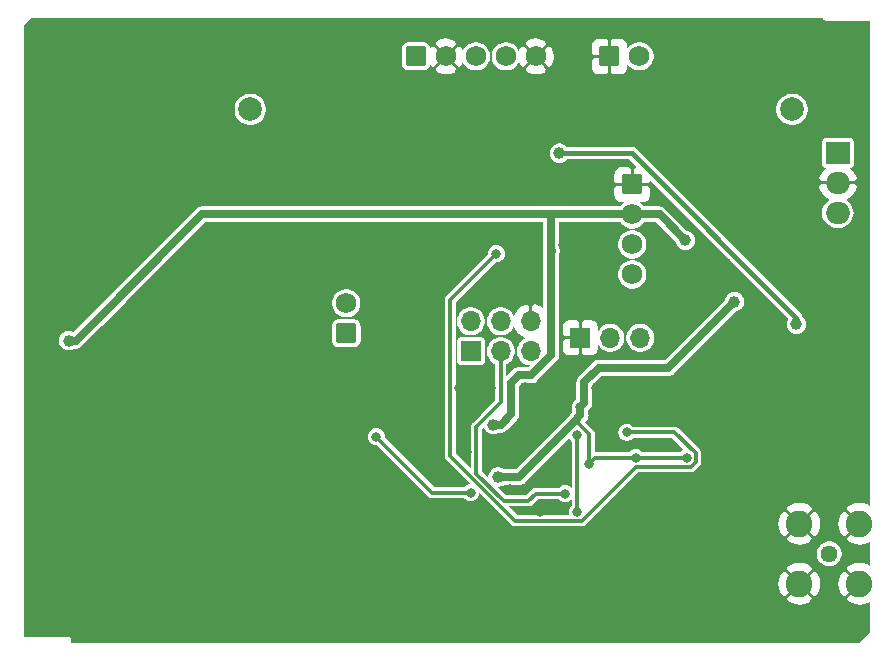
<source format=gbr>
%TF.GenerationSoftware,KiCad,Pcbnew,7.0.2*%
%TF.CreationDate,2023-08-02T15:39:13+02:00*%
%TF.ProjectId,ATV,4154562e-6b69-4636-9164-5f7063625858,1*%
%TF.SameCoordinates,Original*%
%TF.FileFunction,Copper,L2,Bot*%
%TF.FilePolarity,Positive*%
%FSLAX46Y46*%
G04 Gerber Fmt 4.6, Leading zero omitted, Abs format (unit mm)*
G04 Created by KiCad (PCBNEW 7.0.2) date 2023-08-02 15:39:13*
%MOMM*%
%LPD*%
G01*
G04 APERTURE LIST*
G04 Aperture macros list*
%AMRoundRect*
0 Rectangle with rounded corners*
0 $1 Rounding radius*
0 $2 $3 $4 $5 $6 $7 $8 $9 X,Y pos of 4 corners*
0 Add a 4 corners polygon primitive as box body*
4,1,4,$2,$3,$4,$5,$6,$7,$8,$9,$2,$3,0*
0 Add four circle primitives for the rounded corners*
1,1,$1+$1,$2,$3*
1,1,$1+$1,$4,$5*
1,1,$1+$1,$6,$7*
1,1,$1+$1,$8,$9*
0 Add four rect primitives between the rounded corners*
20,1,$1+$1,$2,$3,$4,$5,0*
20,1,$1+$1,$4,$5,$6,$7,0*
20,1,$1+$1,$6,$7,$8,$9,0*
20,1,$1+$1,$8,$9,$2,$3,0*%
G04 Aperture macros list end*
%TA.AperFunction,ComponentPad*%
%ADD10O,2.000000X1.905000*%
%TD*%
%TA.AperFunction,ComponentPad*%
%ADD11R,2.000000X1.905000*%
%TD*%
%TA.AperFunction,ComponentPad*%
%ADD12C,1.740000*%
%TD*%
%TA.AperFunction,ComponentPad*%
%ADD13RoundRect,0.249999X0.620001X-0.620001X0.620001X0.620001X-0.620001X0.620001X-0.620001X-0.620001X0*%
%TD*%
%TA.AperFunction,ComponentPad*%
%ADD14O,1.700000X1.700000*%
%TD*%
%TA.AperFunction,ComponentPad*%
%ADD15R,1.700000X1.700000*%
%TD*%
%TA.AperFunction,ComponentPad*%
%ADD16RoundRect,0.249999X-0.620001X-0.620001X0.620001X-0.620001X0.620001X0.620001X-0.620001X0.620001X0*%
%TD*%
%TA.AperFunction,ComponentPad*%
%ADD17RoundRect,0.249999X-0.620001X0.620001X-0.620001X-0.620001X0.620001X-0.620001X0.620001X0.620001X0*%
%TD*%
%TA.AperFunction,ComponentPad*%
%ADD18C,2.000000*%
%TD*%
%TA.AperFunction,ComponentPad*%
%ADD19C,2.250000*%
%TD*%
%TA.AperFunction,ComponentPad*%
%ADD20C,1.440000*%
%TD*%
%TA.AperFunction,ViaPad*%
%ADD21C,0.800000*%
%TD*%
%TA.AperFunction,ViaPad*%
%ADD22C,1.000000*%
%TD*%
%TA.AperFunction,Conductor*%
%ADD23C,0.700000*%
%TD*%
%TA.AperFunction,Conductor*%
%ADD24C,0.300000*%
%TD*%
%TA.AperFunction,Conductor*%
%ADD25C,0.400000*%
%TD*%
G04 APERTURE END LIST*
D10*
%TO.P,U5,3*%
%TO.N,+5V*%
X129755900Y-125564900D03*
%TO.P,U5,2*%
%TO.N,GND*%
X129755900Y-123024900D03*
D11*
%TO.P,U5,1*%
%TO.N,Net-(C25-Pad1)*%
X129755900Y-120484900D03*
%TD*%
D12*
%TO.P,J1,2*%
%TO.N,Net-(D1-Pad2)*%
X88138000Y-133223000D03*
D13*
%TO.P,J1,1*%
%TO.N,Net-(J1-Pad1)*%
X88138000Y-135763000D03*
%TD*%
D14*
%TO.P,J4,3*%
%TO.N,Net-(J4-Pad3)*%
X113030000Y-136144000D03*
%TO.P,J4,2*%
%TO.N,Net-(J4-Pad2)*%
X110490000Y-136144000D03*
D15*
%TO.P,J4,1*%
%TO.N,GND*%
X107950000Y-136144000D03*
%TD*%
D14*
%TO.P,J7,6*%
%TO.N,GND*%
X103759000Y-134747000D03*
%TO.P,J7,5*%
%TO.N,RST*%
X103759000Y-137287000D03*
%TO.P,J7,4*%
%TO.N,MOSI*%
X101219000Y-134747000D03*
%TO.P,J7,3*%
%TO.N,SCK*%
X101219000Y-137287000D03*
%TO.P,J7,2*%
%TO.N,N/C*%
X98679000Y-134747000D03*
D15*
%TO.P,J7,1*%
%TO.N,MISO*%
X98679000Y-137287000D03*
%TD*%
D12*
%TO.P,J5,5*%
%TO.N,GND*%
X104190800Y-112318800D03*
%TO.P,J5,4*%
%TO.N,Net-(C15-Pad2)*%
X101650800Y-112318800D03*
%TO.P,J5,3*%
%TO.N,Net-(C16-Pad2)*%
X99110800Y-112318800D03*
%TO.P,J5,2*%
%TO.N,GND*%
X96570800Y-112318800D03*
D16*
%TO.P,J5,1*%
%TO.N,Net-(J5-Pad1)*%
X94030800Y-112318800D03*
%TD*%
D12*
%TO.P,J6,4*%
%TO.N,Net-(J6-Pad4)*%
X112344200Y-130784600D03*
%TO.P,J6,3*%
%TO.N,Net-(J6-Pad3)*%
X112344200Y-128244600D03*
%TO.P,J6,2*%
%TO.N,+5V*%
X112344200Y-125704600D03*
D17*
%TO.P,J6,1*%
%TO.N,GND*%
X112344200Y-123164600D03*
%TD*%
D12*
%TO.P,J3,2*%
%TO.N,Net-(J3-Pad2)*%
X112953800Y-112318800D03*
D16*
%TO.P,J3,1*%
%TO.N,GND*%
X110413800Y-112318800D03*
%TD*%
D18*
%TO.P,J2,1*%
%TO.N,Net-(C11-Pad2)*%
X80010000Y-116814600D03*
%TD*%
D19*
%TO.P,J9,2*%
%TO.N,GND*%
X126492000Y-156972000D03*
X126492000Y-151892000D03*
X131572000Y-151892000D03*
X131572000Y-156972000D03*
D20*
%TO.P,J9,1*%
%TO.N,Net-(C32-Pad1)*%
X129032000Y-154432000D03*
%TD*%
D18*
%TO.P,J8,1*%
%TO.N,Net-(C25-Pad1)*%
X125882400Y-116814600D03*
%TD*%
D21*
%TO.N,GND*%
X90601800Y-145923000D03*
X104394000Y-144653000D03*
D22*
X115570000Y-153162000D03*
X123952000Y-149733000D03*
X105410000Y-159258000D03*
X110998000Y-158496000D03*
X81026000Y-153670000D03*
X81026000Y-154940000D03*
X81026000Y-156210000D03*
X81026000Y-157480000D03*
X81026000Y-158750000D03*
X79756000Y-157480000D03*
X79756000Y-154940000D03*
X79756000Y-156210000D03*
X79756000Y-158750000D03*
X79756000Y-153670000D03*
X82296000Y-157480000D03*
X82296000Y-156210000D03*
X82296000Y-158750000D03*
X82296000Y-154940000D03*
X82296000Y-153670000D03*
X83566000Y-154940000D03*
X83566000Y-156210000D03*
X83566000Y-157480000D03*
X84836000Y-156210000D03*
X84836000Y-154940000D03*
X84836000Y-157480000D03*
X78486000Y-154940000D03*
X78486000Y-156210000D03*
X78486000Y-157480000D03*
X77216000Y-154940000D03*
X77216000Y-156210000D03*
X77216000Y-157480000D03*
X97409000Y-156083000D03*
X97409000Y-157353000D03*
X97409000Y-154813000D03*
X97409000Y-153543000D03*
X96139000Y-153543000D03*
X96139000Y-154813000D03*
X98679000Y-153543000D03*
X98679000Y-154813000D03*
X98679000Y-156083000D03*
X96139000Y-156083000D03*
X94869000Y-156083000D03*
X99949000Y-156083000D03*
X99949000Y-156083000D03*
X99949000Y-153543000D03*
X99949000Y-154813000D03*
X99949000Y-153543000D03*
X99949000Y-154813000D03*
X94869000Y-153543000D03*
X94869000Y-154813000D03*
X97409000Y-152273000D03*
X96139000Y-152273000D03*
X94869000Y-152273000D03*
X98679000Y-152273000D03*
X99949000Y-152273000D03*
X116840000Y-151892000D03*
X118110000Y-151892000D03*
X115570000Y-149352000D03*
X118110000Y-149352000D03*
X113030000Y-148082000D03*
X114300000Y-149352000D03*
X114300000Y-151892000D03*
X118110000Y-149352000D03*
X118110000Y-150622000D03*
X115570000Y-148082000D03*
X118110000Y-151892000D03*
X116840000Y-148082000D03*
X116840000Y-150622000D03*
X113030000Y-149352000D03*
X118110000Y-148082000D03*
X118110000Y-150622000D03*
X114300000Y-150622000D03*
X113030000Y-150622000D03*
X116840000Y-149352000D03*
X115570000Y-150622000D03*
X114300000Y-148082000D03*
X115570000Y-151892000D03*
X75438000Y-157353000D03*
X61722000Y-134874000D03*
X62484000Y-128778000D03*
X78486000Y-123698000D03*
X98298000Y-145796000D03*
X96012000Y-150368000D03*
X97282000Y-123698000D03*
X102514400Y-122910600D03*
X131419600Y-140411200D03*
X131028440Y-135026400D03*
X94742000Y-136525000D03*
X89662000Y-127000000D03*
X89662000Y-111252000D03*
X120802400Y-111429800D03*
X125425200Y-110617000D03*
X127508000Y-140411200D03*
X126238000Y-140411200D03*
X124968000Y-140411200D03*
X123698000Y-140411200D03*
X122428000Y-140411200D03*
X121158000Y-140411200D03*
X119888000Y-140411200D03*
X118618000Y-140411200D03*
X97790000Y-140360400D03*
X93980000Y-140360400D03*
X92710000Y-140360400D03*
X91440000Y-140360400D03*
X90170000Y-140360400D03*
X88900000Y-140360400D03*
X87630000Y-140360400D03*
X86360000Y-140360400D03*
X85090000Y-140360400D03*
X83820000Y-140360400D03*
X82550000Y-140360400D03*
X81280000Y-140360400D03*
X80010000Y-140360400D03*
X77470000Y-140360400D03*
X76200000Y-140360400D03*
X74930000Y-140360400D03*
X73660000Y-140360400D03*
X72390000Y-140360400D03*
X71120000Y-140360400D03*
X65278000Y-140360400D03*
X64008000Y-140360400D03*
X66548000Y-140360400D03*
X62738000Y-140360400D03*
X61468000Y-140360400D03*
X115697000Y-140411200D03*
X114427000Y-140411200D03*
X113157000Y-140411200D03*
X111887000Y-140411200D03*
X110617000Y-140411200D03*
X106553000Y-128270000D03*
X97282000Y-122047000D03*
X125272800Y-127330200D03*
X92837000Y-118618000D03*
X120269000Y-120650000D03*
X120269000Y-129921000D03*
X67818000Y-140360400D03*
X99060000Y-140360400D03*
X105283000Y-140360400D03*
X109347000Y-140411200D03*
X84000000Y-138938000D03*
X84000000Y-137668000D03*
X84000000Y-136398000D03*
X84000000Y-135128000D03*
X84000000Y-133858000D03*
X84000000Y-128270000D03*
X84000000Y-127000000D03*
X84000000Y-124460000D03*
X84000000Y-123190000D03*
X84000000Y-121920000D03*
X84000000Y-120650000D03*
X84000000Y-119380000D03*
X84000000Y-118110000D03*
X84000000Y-116840000D03*
X84000000Y-115570000D03*
X84000000Y-114300000D03*
X84000000Y-113030000D03*
X84000000Y-111760000D03*
X84000000Y-110490000D03*
X66294000Y-129032000D03*
X81381600Y-111252000D03*
X68834000Y-124714000D03*
X86487000Y-150495000D03*
D21*
X94869000Y-144145000D03*
D22*
X92329000Y-158242000D03*
D21*
X100203000Y-145161000D03*
X103632000Y-141986000D03*
X104521000Y-150876000D03*
X104521000Y-152527000D03*
X101981000Y-148971000D03*
D22*
X82613500Y-147066000D03*
X95250000Y-140360400D03*
X100330000Y-140360400D03*
X103251000Y-140360400D03*
X106680000Y-140360400D03*
X84000000Y-132588000D03*
X84000000Y-131318000D03*
X61976000Y-145669000D03*
D21*
X74295000Y-143573500D03*
D22*
X113030000Y-151892000D03*
%TO.N,+5V*%
X116840000Y-127889000D03*
X100584000Y-143510000D03*
X64643000Y-136398000D03*
%TO.N,+3V3*%
X100991000Y-147929000D03*
D21*
X107961009Y-141977797D03*
X112649000Y-146304000D03*
X116967000Y-146304000D03*
X108712000Y-146812000D03*
X90678000Y-144526000D03*
X98679000Y-149255473D03*
D22*
X120990000Y-133105800D03*
D21*
%TO.N,SCK*%
X106680000Y-149352000D03*
%TO.N,SS*%
X100838000Y-129032000D03*
X111887000Y-144145000D03*
%TO.N,LD*%
X107696000Y-150876000D03*
X107696000Y-144399000D03*
D22*
%TO.N,Net-(R14-Pad2)*%
X126238000Y-135001000D03*
X106172000Y-120523000D03*
%TD*%
D23*
%TO.N,+5V*%
X65208685Y-136398000D02*
X75902085Y-125704600D01*
X64643000Y-136398000D02*
X65208685Y-136398000D01*
X102746999Y-139310399D02*
X102108000Y-139949398D01*
X102108000Y-139949398D02*
X102108000Y-142621000D01*
X101219000Y-143510000D02*
X100584000Y-143510000D01*
X102108000Y-142621000D02*
X101219000Y-143510000D01*
X105528399Y-128799401D02*
X105502999Y-128774001D01*
X105511600Y-125704600D02*
X112344200Y-125704600D01*
X105502999Y-128774001D02*
X105502999Y-125713201D01*
X75902085Y-125704600D02*
X105511600Y-125704600D01*
X105502999Y-125713201D02*
X105511600Y-125704600D01*
X114655600Y-125704600D02*
X116840000Y-127889000D01*
X112344200Y-125704600D02*
X114655600Y-125704600D01*
X105502999Y-137615003D02*
X105502999Y-128774001D01*
X103807603Y-139310399D02*
X105502999Y-137615003D01*
X102746999Y-139310399D02*
X103807603Y-139310399D01*
D24*
%TO.N,+3V3*%
X116967000Y-146304000D02*
X112649000Y-146304000D01*
X109220000Y-146304000D02*
X112649000Y-146304000D01*
X108712000Y-146812000D02*
X109220000Y-146304000D01*
D23*
X107961009Y-142727989D02*
X107961009Y-141977797D01*
X100991000Y-147929000D02*
X102759998Y-147929000D01*
D24*
X90678000Y-144526000D02*
X95407473Y-149255473D01*
X98679000Y-149255473D02*
X95407473Y-149255473D01*
X107595001Y-143187999D02*
X107500999Y-143187999D01*
X108712000Y-146812000D02*
X108712000Y-144304998D01*
X108712000Y-144304998D02*
X107595001Y-143187999D01*
D23*
X107500999Y-143187999D02*
X107961009Y-142727989D01*
X102759998Y-147929000D02*
X107500999Y-143187999D01*
X108296999Y-141641807D02*
X107961009Y-141977797D01*
X108296999Y-139907199D02*
X108296999Y-141641807D01*
X109506188Y-138698010D02*
X108296999Y-139907199D01*
X115397790Y-138698010D02*
X109506188Y-138698010D01*
X120990000Y-133105800D02*
X115397790Y-138698010D01*
D24*
%TO.N,SCK*%
X99148001Y-143687997D02*
X99827999Y-143007999D01*
X101445999Y-149948001D02*
X99148001Y-147650003D01*
X99148001Y-147650003D02*
X99148001Y-143687997D01*
X103555997Y-149948001D02*
X101445999Y-149948001D01*
X104151998Y-149352000D02*
X103555997Y-149948001D01*
X106680000Y-149352000D02*
X104151998Y-149352000D01*
X99827999Y-143007999D02*
X99694999Y-143140999D01*
X101219000Y-141616998D02*
X101219000Y-137287000D01*
X99827999Y-143007999D02*
X101219000Y-141616998D01*
%TO.N,SS*%
X96939999Y-132930001D02*
X100838000Y-129032000D01*
X108056001Y-151626001D02*
X102416879Y-151626001D01*
X112628001Y-147054001D02*
X108056001Y-151626001D01*
X117717001Y-145943999D02*
X117717001Y-146664001D01*
X96939999Y-146149121D02*
X96939999Y-132930001D01*
X117717001Y-146664001D02*
X117327001Y-147054001D01*
X115918002Y-144145000D02*
X117717001Y-145943999D01*
X102416879Y-151626001D02*
X96939999Y-146149121D01*
X117327001Y-147054001D02*
X112628001Y-147054001D01*
X111887000Y-144145000D02*
X115918002Y-144145000D01*
%TO.N,LD*%
X107696000Y-150876000D02*
X107696000Y-144399000D01*
D25*
%TO.N,Net-(R14-Pad2)*%
X112325685Y-120523000D02*
X106172000Y-120523000D01*
X126238000Y-135001000D02*
X126238000Y-134435315D01*
X126238000Y-134435315D02*
X112325685Y-120523000D01*
%TD*%
%TA.AperFunction,Conductor*%
%TO.N,GND*%
G36*
X128512000Y-109126538D02*
G01*
X128511265Y-109134000D01*
X128514200Y-109163797D01*
X128522891Y-109192449D01*
X128537005Y-109218855D01*
X128556000Y-109242000D01*
X128579145Y-109260995D01*
X128605551Y-109275109D01*
X128634203Y-109283800D01*
X128664000Y-109286735D01*
X128671462Y-109286000D01*
X132512001Y-109286000D01*
X132512000Y-150405093D01*
X132506079Y-150390286D01*
X132195160Y-150236911D01*
X131860295Y-150147140D01*
X131514350Y-150124424D01*
X131170620Y-150169634D01*
X130842315Y-150281034D01*
X130637921Y-150390286D01*
X130527074Y-150667469D01*
X131572000Y-151712395D01*
X131586143Y-151698253D01*
X131765748Y-151877858D01*
X131751605Y-151892000D01*
X131765748Y-151906143D01*
X131586143Y-152085748D01*
X131572000Y-152071605D01*
X130527074Y-153116531D01*
X130637921Y-153393714D01*
X130948840Y-153547089D01*
X131283705Y-153636860D01*
X131629650Y-153659576D01*
X131973380Y-153614366D01*
X132301685Y-153502966D01*
X132506079Y-153393714D01*
X132512000Y-153378908D01*
X132512000Y-155485092D01*
X132506079Y-155470286D01*
X132195160Y-155316911D01*
X131860295Y-155227140D01*
X131514350Y-155204424D01*
X131170620Y-155249634D01*
X130842315Y-155361034D01*
X130637921Y-155470286D01*
X130527074Y-155747469D01*
X131572000Y-156792395D01*
X131586143Y-156778253D01*
X131765748Y-156957858D01*
X131751605Y-156972000D01*
X131765748Y-156986143D01*
X131586143Y-157165748D01*
X131572000Y-157151605D01*
X130527074Y-158196531D01*
X130637921Y-158473714D01*
X130948840Y-158627089D01*
X131283705Y-158716860D01*
X131629650Y-158739576D01*
X131973380Y-158694366D01*
X132301685Y-158582966D01*
X132506079Y-158473714D01*
X132512000Y-158458908D01*
X132512000Y-161071040D01*
X131601041Y-161982000D01*
X64816000Y-161982000D01*
X64816000Y-161641461D01*
X64816735Y-161634000D01*
X64813800Y-161604203D01*
X64805109Y-161575551D01*
X64790995Y-161549145D01*
X64772000Y-161526000D01*
X64748855Y-161507005D01*
X64722449Y-161492891D01*
X64693797Y-161484200D01*
X64671462Y-161482000D01*
X64664000Y-161481265D01*
X64656538Y-161482000D01*
X60816000Y-161482000D01*
X60816000Y-158196531D01*
X125447074Y-158196531D01*
X125557921Y-158473714D01*
X125868840Y-158627089D01*
X126203705Y-158716860D01*
X126549650Y-158739576D01*
X126893380Y-158694366D01*
X127221685Y-158582966D01*
X127426079Y-158473714D01*
X127536926Y-158196531D01*
X126492000Y-157151605D01*
X125447074Y-158196531D01*
X60816000Y-158196531D01*
X60816000Y-157029650D01*
X124724424Y-157029650D01*
X124769634Y-157373380D01*
X124881034Y-157701685D01*
X124990286Y-157906079D01*
X125267469Y-158016926D01*
X126312395Y-156972000D01*
X126671605Y-156972000D01*
X127716531Y-158016926D01*
X127993714Y-157906079D01*
X128147089Y-157595160D01*
X128236860Y-157260295D01*
X128252004Y-157029650D01*
X129804424Y-157029650D01*
X129849634Y-157373380D01*
X129961034Y-157701685D01*
X130070286Y-157906079D01*
X130347469Y-158016926D01*
X131392395Y-156972000D01*
X130347469Y-155927074D01*
X130070286Y-156037921D01*
X129916911Y-156348840D01*
X129827140Y-156683705D01*
X129804424Y-157029650D01*
X128252004Y-157029650D01*
X128259576Y-156914350D01*
X128214366Y-156570620D01*
X128102966Y-156242315D01*
X127993714Y-156037921D01*
X127716531Y-155927074D01*
X126671605Y-156972000D01*
X126312395Y-156972000D01*
X125267469Y-155927074D01*
X124990286Y-156037921D01*
X124836911Y-156348840D01*
X124747140Y-156683705D01*
X124724424Y-157029650D01*
X60816000Y-157029650D01*
X60816000Y-155747469D01*
X125447074Y-155747469D01*
X126492000Y-156792395D01*
X127536926Y-155747469D01*
X127426079Y-155470286D01*
X127115160Y-155316911D01*
X126780295Y-155227140D01*
X126434350Y-155204424D01*
X126090620Y-155249634D01*
X125762315Y-155361034D01*
X125557921Y-155470286D01*
X125447074Y-155747469D01*
X60816000Y-155747469D01*
X60816000Y-154328879D01*
X127985000Y-154328879D01*
X127985000Y-154535121D01*
X128025236Y-154737399D01*
X128104161Y-154927940D01*
X128218742Y-155099424D01*
X128364576Y-155245258D01*
X128536060Y-155359839D01*
X128726601Y-155438764D01*
X128928879Y-155479000D01*
X129135121Y-155479000D01*
X129337399Y-155438764D01*
X129527940Y-155359839D01*
X129699424Y-155245258D01*
X129845258Y-155099424D01*
X129959839Y-154927940D01*
X130038764Y-154737399D01*
X130079000Y-154535121D01*
X130079000Y-154328879D01*
X130038764Y-154126601D01*
X129959839Y-153936060D01*
X129845258Y-153764576D01*
X129699424Y-153618742D01*
X129527940Y-153504161D01*
X129337399Y-153425236D01*
X129135121Y-153385000D01*
X128928879Y-153385000D01*
X128726601Y-153425236D01*
X128536060Y-153504161D01*
X128364576Y-153618742D01*
X128218742Y-153764576D01*
X128104161Y-153936060D01*
X128025236Y-154126601D01*
X127985000Y-154328879D01*
X60816000Y-154328879D01*
X60816000Y-153116531D01*
X125447074Y-153116531D01*
X125557921Y-153393714D01*
X125868840Y-153547089D01*
X126203705Y-153636860D01*
X126549650Y-153659576D01*
X126893380Y-153614366D01*
X127221685Y-153502966D01*
X127426079Y-153393714D01*
X127536926Y-153116531D01*
X126492000Y-152071605D01*
X125447074Y-153116531D01*
X60816000Y-153116531D01*
X60816000Y-136316548D01*
X63816000Y-136316548D01*
X63816000Y-136479452D01*
X63847782Y-136639227D01*
X63910123Y-136789731D01*
X64000628Y-136925181D01*
X64115819Y-137040372D01*
X64251269Y-137130877D01*
X64401773Y-137193218D01*
X64561548Y-137225000D01*
X64724452Y-137225000D01*
X64884227Y-137193218D01*
X65034731Y-137130877D01*
X65118357Y-137075000D01*
X65175440Y-137075000D01*
X65208685Y-137078274D01*
X65241930Y-137075000D01*
X65241937Y-137075000D01*
X65341400Y-137065204D01*
X65469015Y-137026492D01*
X65586626Y-136963628D01*
X65689712Y-136879027D01*
X65710911Y-136853196D01*
X67421108Y-135142999D01*
X86939418Y-135142999D01*
X86939418Y-136383001D01*
X86950535Y-136495877D01*
X86983460Y-136604414D01*
X87036926Y-136704443D01*
X87108880Y-136792120D01*
X87196557Y-136864074D01*
X87296586Y-136917540D01*
X87405123Y-136950465D01*
X87517999Y-136961582D01*
X88758001Y-136961582D01*
X88870877Y-136950465D01*
X88979414Y-136917540D01*
X89079443Y-136864074D01*
X89167120Y-136792120D01*
X89239074Y-136704443D01*
X89292540Y-136604414D01*
X89325465Y-136495877D01*
X89336582Y-136383001D01*
X89336582Y-135142999D01*
X89325465Y-135030123D01*
X89292540Y-134921586D01*
X89239074Y-134821557D01*
X89167120Y-134733880D01*
X89079443Y-134661926D01*
X88979414Y-134608460D01*
X88870877Y-134575535D01*
X88758001Y-134564418D01*
X87517999Y-134564418D01*
X87405123Y-134575535D01*
X87296586Y-134608460D01*
X87196557Y-134661926D01*
X87108880Y-134733880D01*
X87036926Y-134821557D01*
X86983460Y-134921586D01*
X86950535Y-135030123D01*
X86939418Y-135142999D01*
X67421108Y-135142999D01*
X69459001Y-133105106D01*
X86941000Y-133105106D01*
X86941000Y-133340894D01*
X86987000Y-133572152D01*
X87077232Y-133789992D01*
X87208229Y-133986043D01*
X87374957Y-134152771D01*
X87571008Y-134283768D01*
X87788848Y-134374000D01*
X88020106Y-134420000D01*
X88255894Y-134420000D01*
X88487152Y-134374000D01*
X88704992Y-134283768D01*
X88901043Y-134152771D01*
X89067771Y-133986043D01*
X89198768Y-133789992D01*
X89289000Y-133572152D01*
X89335000Y-133340894D01*
X89335000Y-133105106D01*
X89289000Y-132873848D01*
X89198768Y-132656008D01*
X89067771Y-132459957D01*
X88901043Y-132293229D01*
X88704992Y-132162232D01*
X88487152Y-132072000D01*
X88255894Y-132026000D01*
X88020106Y-132026000D01*
X87788848Y-132072000D01*
X87571008Y-132162232D01*
X87374957Y-132293229D01*
X87208229Y-132459957D01*
X87077232Y-132656008D01*
X86987000Y-132873848D01*
X86941000Y-133105106D01*
X69459001Y-133105106D01*
X76182507Y-126381600D01*
X104826000Y-126381600D01*
X104825999Y-128740756D01*
X104822725Y-128774001D01*
X104825999Y-128807246D01*
X104825999Y-128807252D01*
X104826000Y-128807262D01*
X104825999Y-133723443D01*
X104759269Y-133649412D01*
X104525920Y-133475359D01*
X104263099Y-133350175D01*
X104115890Y-133305524D01*
X103886000Y-133426845D01*
X103886000Y-134620000D01*
X103906000Y-134620000D01*
X103906000Y-134874000D01*
X103886000Y-134874000D01*
X103886000Y-134894000D01*
X103632000Y-134894000D01*
X103632000Y-134874000D01*
X103612000Y-134874000D01*
X103612000Y-134620000D01*
X103632000Y-134620000D01*
X103632000Y-133426845D01*
X103402110Y-133305524D01*
X103254901Y-133350175D01*
X102992080Y-133475359D01*
X102758731Y-133649412D01*
X102563822Y-133865645D01*
X102414843Y-134115748D01*
X102330264Y-134354179D01*
X102262044Y-134189481D01*
X102133236Y-133996706D01*
X101969294Y-133832764D01*
X101776519Y-133703956D01*
X101562318Y-133615231D01*
X101334924Y-133570000D01*
X101103076Y-133570000D01*
X100875682Y-133615231D01*
X100661481Y-133703956D01*
X100468706Y-133832764D01*
X100304764Y-133996706D01*
X100175956Y-134189481D01*
X100087231Y-134403682D01*
X100042000Y-134631076D01*
X100042000Y-134862924D01*
X100087231Y-135090318D01*
X100175956Y-135304519D01*
X100304764Y-135497294D01*
X100468706Y-135661236D01*
X100661481Y-135790044D01*
X100875682Y-135878769D01*
X101103076Y-135924000D01*
X101334924Y-135924000D01*
X101562318Y-135878769D01*
X101776519Y-135790044D01*
X101969294Y-135661236D01*
X102133236Y-135497294D01*
X102262044Y-135304519D01*
X102330264Y-135139821D01*
X102414843Y-135378252D01*
X102563822Y-135628355D01*
X102758731Y-135844588D01*
X102992080Y-136018641D01*
X103254901Y-136143825D01*
X103363612Y-136176799D01*
X103201481Y-136243956D01*
X103008706Y-136372764D01*
X102844764Y-136536706D01*
X102715956Y-136729481D01*
X102627231Y-136943682D01*
X102582000Y-137171076D01*
X102582000Y-137402924D01*
X102627231Y-137630318D01*
X102715956Y-137844519D01*
X102844764Y-138037294D01*
X103008706Y-138201236D01*
X103201481Y-138330044D01*
X103415682Y-138418769D01*
X103643076Y-138464000D01*
X103696580Y-138464000D01*
X103527181Y-138633399D01*
X102780243Y-138633399D01*
X102746998Y-138630125D01*
X102713753Y-138633399D01*
X102713747Y-138633399D01*
X102614284Y-138643195D01*
X102486669Y-138681907D01*
X102369058Y-138744771D01*
X102265972Y-138829372D01*
X102244775Y-138855201D01*
X101696000Y-139403976D01*
X101696000Y-138363396D01*
X101776519Y-138330044D01*
X101969294Y-138201236D01*
X102133236Y-138037294D01*
X102262044Y-137844519D01*
X102350769Y-137630318D01*
X102396000Y-137402924D01*
X102396000Y-137171076D01*
X102350769Y-136943682D01*
X102262044Y-136729481D01*
X102133236Y-136536706D01*
X101969294Y-136372764D01*
X101776519Y-136243956D01*
X101562318Y-136155231D01*
X101334924Y-136110000D01*
X101103076Y-136110000D01*
X100875682Y-136155231D01*
X100661481Y-136243956D01*
X100468706Y-136372764D01*
X100304764Y-136536706D01*
X100175956Y-136729481D01*
X100087231Y-136943682D01*
X100042000Y-137171076D01*
X100042000Y-137402924D01*
X100087231Y-137630318D01*
X100175956Y-137844519D01*
X100304764Y-138037294D01*
X100468706Y-138201236D01*
X100661481Y-138330044D01*
X100742001Y-138363396D01*
X100742000Y-141419418D01*
X99507276Y-142654143D01*
X99507271Y-142654147D01*
X98827272Y-143334147D01*
X98809081Y-143349076D01*
X98794152Y-143367267D01*
X98794149Y-143367270D01*
X98790742Y-143371422D01*
X98749473Y-143421708D01*
X98745817Y-143428548D01*
X98705179Y-143504575D01*
X98677904Y-143594490D01*
X98668695Y-143687997D01*
X98671002Y-143711422D01*
X98671001Y-147205544D01*
X97416999Y-145951542D01*
X97416999Y-136437000D01*
X97500418Y-136437000D01*
X97500418Y-138137000D01*
X97506732Y-138201103D01*
X97525430Y-138262743D01*
X97555794Y-138319550D01*
X97596657Y-138369343D01*
X97646450Y-138410206D01*
X97703257Y-138440570D01*
X97764897Y-138459268D01*
X97829000Y-138465582D01*
X99529000Y-138465582D01*
X99593103Y-138459268D01*
X99654743Y-138440570D01*
X99711550Y-138410206D01*
X99761343Y-138369343D01*
X99802206Y-138319550D01*
X99832570Y-138262743D01*
X99851268Y-138201103D01*
X99857582Y-138137000D01*
X99857582Y-136437000D01*
X99851268Y-136372897D01*
X99832570Y-136311257D01*
X99802206Y-136254450D01*
X99761343Y-136204657D01*
X99711550Y-136163794D01*
X99654743Y-136133430D01*
X99593103Y-136114732D01*
X99529000Y-136108418D01*
X97829000Y-136108418D01*
X97764897Y-136114732D01*
X97703257Y-136133430D01*
X97646450Y-136163794D01*
X97596657Y-136204657D01*
X97555794Y-136254450D01*
X97525430Y-136311257D01*
X97506732Y-136372897D01*
X97500418Y-136437000D01*
X97416999Y-136437000D01*
X97416999Y-134631076D01*
X97502000Y-134631076D01*
X97502000Y-134862924D01*
X97547231Y-135090318D01*
X97635956Y-135304519D01*
X97764764Y-135497294D01*
X97928706Y-135661236D01*
X98121481Y-135790044D01*
X98335682Y-135878769D01*
X98563076Y-135924000D01*
X98794924Y-135924000D01*
X99022318Y-135878769D01*
X99236519Y-135790044D01*
X99429294Y-135661236D01*
X99593236Y-135497294D01*
X99722044Y-135304519D01*
X99810769Y-135090318D01*
X99856000Y-134862924D01*
X99856000Y-134631076D01*
X99810769Y-134403682D01*
X99722044Y-134189481D01*
X99593236Y-133996706D01*
X99429294Y-133832764D01*
X99236519Y-133703956D01*
X99022318Y-133615231D01*
X98794924Y-133570000D01*
X98563076Y-133570000D01*
X98335682Y-133615231D01*
X98121481Y-133703956D01*
X97928706Y-133832764D01*
X97764764Y-133996706D01*
X97635956Y-134189481D01*
X97547231Y-134403682D01*
X97502000Y-134631076D01*
X97416999Y-134631076D01*
X97416999Y-133127580D01*
X100785580Y-129759000D01*
X100909603Y-129759000D01*
X101050058Y-129731062D01*
X101182364Y-129676259D01*
X101301436Y-129596698D01*
X101402698Y-129495436D01*
X101482259Y-129376364D01*
X101537062Y-129244058D01*
X101565000Y-129103603D01*
X101565000Y-128960397D01*
X101537062Y-128819942D01*
X101482259Y-128687636D01*
X101402698Y-128568564D01*
X101301436Y-128467302D01*
X101182364Y-128387741D01*
X101050058Y-128332938D01*
X100909603Y-128305000D01*
X100766397Y-128305000D01*
X100625942Y-128332938D01*
X100493636Y-128387741D01*
X100374564Y-128467302D01*
X100273302Y-128568564D01*
X100193741Y-128687636D01*
X100138938Y-128819942D01*
X100111000Y-128960397D01*
X100111000Y-129084420D01*
X96619270Y-132576151D01*
X96601079Y-132591080D01*
X96541471Y-132663712D01*
X96517795Y-132708006D01*
X96497177Y-132746579D01*
X96469902Y-132836494D01*
X96460693Y-132930001D01*
X96463000Y-132953426D01*
X96462999Y-146125706D01*
X96460693Y-146149121D01*
X96462999Y-146172536D01*
X96462999Y-146172543D01*
X96469902Y-146242628D01*
X96497177Y-146332543D01*
X96541470Y-146415410D01*
X96601078Y-146488042D01*
X96619275Y-146502976D01*
X98644772Y-148528473D01*
X98607397Y-148528473D01*
X98466942Y-148556411D01*
X98334636Y-148611214D01*
X98215564Y-148690775D01*
X98127866Y-148778473D01*
X95605053Y-148778473D01*
X91405000Y-144578421D01*
X91405000Y-144454397D01*
X91377062Y-144313942D01*
X91322259Y-144181636D01*
X91242698Y-144062564D01*
X91141436Y-143961302D01*
X91022364Y-143881741D01*
X90890058Y-143826938D01*
X90749603Y-143799000D01*
X90606397Y-143799000D01*
X90465942Y-143826938D01*
X90333636Y-143881741D01*
X90214564Y-143961302D01*
X90113302Y-144062564D01*
X90033741Y-144181636D01*
X89978938Y-144313942D01*
X89951000Y-144454397D01*
X89951000Y-144597603D01*
X89978938Y-144738058D01*
X90033741Y-144870364D01*
X90113302Y-144989436D01*
X90214564Y-145090698D01*
X90333636Y-145170259D01*
X90465942Y-145225062D01*
X90606397Y-145253000D01*
X90730421Y-145253000D01*
X95053623Y-149576203D01*
X95068552Y-149594394D01*
X95141184Y-149654002D01*
X95224050Y-149698295D01*
X95313965Y-149725570D01*
X95384050Y-149732473D01*
X95384058Y-149732473D01*
X95407473Y-149734779D01*
X95430888Y-149732473D01*
X98127866Y-149732473D01*
X98215564Y-149820171D01*
X98334636Y-149899732D01*
X98466942Y-149954535D01*
X98607397Y-149982473D01*
X98750603Y-149982473D01*
X98891058Y-149954535D01*
X99023364Y-149899732D01*
X99142436Y-149820171D01*
X99243698Y-149718909D01*
X99323259Y-149599837D01*
X99378062Y-149467531D01*
X99406000Y-149327076D01*
X99406000Y-149289702D01*
X102063029Y-151946731D01*
X102077958Y-151964922D01*
X102150590Y-152024530D01*
X102233456Y-152068823D01*
X102323371Y-152096098D01*
X102393456Y-152103001D01*
X102393464Y-152103001D01*
X102416879Y-152105307D01*
X102440294Y-152103001D01*
X108032586Y-152103001D01*
X108056001Y-152105307D01*
X108079416Y-152103001D01*
X108079424Y-152103001D01*
X108149509Y-152096098D01*
X108239424Y-152068823D01*
X108322290Y-152024530D01*
X108394922Y-151964922D01*
X108407455Y-151949650D01*
X124724424Y-151949650D01*
X124769634Y-152293380D01*
X124881034Y-152621685D01*
X124990286Y-152826079D01*
X125267469Y-152936926D01*
X126312395Y-151892000D01*
X126671605Y-151892000D01*
X127716531Y-152936926D01*
X127993714Y-152826079D01*
X128147089Y-152515160D01*
X128236860Y-152180295D01*
X128252004Y-151949650D01*
X129804424Y-151949650D01*
X129849634Y-152293380D01*
X129961034Y-152621685D01*
X130070286Y-152826079D01*
X130347469Y-152936926D01*
X131392395Y-151892000D01*
X130347469Y-150847074D01*
X130070286Y-150957921D01*
X129916911Y-151268840D01*
X129827140Y-151603705D01*
X129804424Y-151949650D01*
X128252004Y-151949650D01*
X128259576Y-151834350D01*
X128214366Y-151490620D01*
X128102966Y-151162315D01*
X127993714Y-150957921D01*
X127716531Y-150847074D01*
X126671605Y-151892000D01*
X126312395Y-151892000D01*
X125267469Y-150847074D01*
X124990286Y-150957921D01*
X124836911Y-151268840D01*
X124747140Y-151603705D01*
X124724424Y-151949650D01*
X108407455Y-151949650D01*
X108409856Y-151946725D01*
X109689112Y-150667469D01*
X125447074Y-150667469D01*
X126492000Y-151712395D01*
X127536926Y-150667469D01*
X127426079Y-150390286D01*
X127115160Y-150236911D01*
X126780295Y-150147140D01*
X126434350Y-150124424D01*
X126090620Y-150169634D01*
X125762315Y-150281034D01*
X125557921Y-150390286D01*
X125447074Y-150667469D01*
X109689112Y-150667469D01*
X112825581Y-147531001D01*
X117303586Y-147531001D01*
X117327001Y-147533307D01*
X117350416Y-147531001D01*
X117350424Y-147531001D01*
X117420509Y-147524098D01*
X117510424Y-147496823D01*
X117593290Y-147452530D01*
X117665922Y-147392922D01*
X117680856Y-147374725D01*
X118037730Y-147017852D01*
X118055922Y-147002922D01*
X118115530Y-146930290D01*
X118159823Y-146847424D01*
X118187098Y-146757509D01*
X118194001Y-146687424D01*
X118194001Y-146687417D01*
X118196307Y-146664002D01*
X118194001Y-146640587D01*
X118194001Y-145967414D01*
X118196307Y-145943999D01*
X118194001Y-145920584D01*
X118194001Y-145920576D01*
X118187098Y-145850491D01*
X118159823Y-145760576D01*
X118115530Y-145677710D01*
X118055922Y-145605078D01*
X118037730Y-145590148D01*
X116271857Y-143824276D01*
X116256923Y-143806079D01*
X116184291Y-143746471D01*
X116101425Y-143702178D01*
X116011510Y-143674903D01*
X115941425Y-143668000D01*
X115941417Y-143668000D01*
X115918002Y-143665694D01*
X115894587Y-143668000D01*
X112438134Y-143668000D01*
X112350436Y-143580302D01*
X112231364Y-143500741D01*
X112099058Y-143445938D01*
X111958603Y-143418000D01*
X111815397Y-143418000D01*
X111674942Y-143445938D01*
X111542636Y-143500741D01*
X111423564Y-143580302D01*
X111322302Y-143681564D01*
X111242741Y-143800636D01*
X111187938Y-143932942D01*
X111160000Y-144073397D01*
X111160000Y-144216603D01*
X111187938Y-144357058D01*
X111242741Y-144489364D01*
X111322302Y-144608436D01*
X111423564Y-144709698D01*
X111542636Y-144789259D01*
X111674942Y-144844062D01*
X111815397Y-144872000D01*
X111958603Y-144872000D01*
X112099058Y-144844062D01*
X112231364Y-144789259D01*
X112350436Y-144709698D01*
X112438134Y-144622000D01*
X115720423Y-144622000D01*
X116718468Y-145620046D01*
X116622636Y-145659741D01*
X116503564Y-145739302D01*
X116415866Y-145827000D01*
X113200134Y-145827000D01*
X113112436Y-145739302D01*
X112993364Y-145659741D01*
X112861058Y-145604938D01*
X112720603Y-145577000D01*
X112577397Y-145577000D01*
X112436942Y-145604938D01*
X112304636Y-145659741D01*
X112185564Y-145739302D01*
X112097866Y-145827000D01*
X109243412Y-145827000D01*
X109219999Y-145824694D01*
X109196586Y-145827000D01*
X109196577Y-145827000D01*
X109189000Y-145827746D01*
X109189000Y-144328412D01*
X109191306Y-144304997D01*
X109189000Y-144281582D01*
X109189000Y-144281575D01*
X109182097Y-144211490D01*
X109154822Y-144121575D01*
X109110529Y-144038709D01*
X109050921Y-143966077D01*
X109032729Y-143951147D01*
X108364001Y-143282419D01*
X108416209Y-143230211D01*
X108442035Y-143209016D01*
X108526637Y-143105930D01*
X108589501Y-142988319D01*
X108628213Y-142860704D01*
X108638009Y-142761241D01*
X108638009Y-142761232D01*
X108641283Y-142727990D01*
X108638009Y-142694748D01*
X108638009Y-142258219D01*
X108752195Y-142144033D01*
X108778026Y-142122834D01*
X108862627Y-142019748D01*
X108925491Y-141902137D01*
X108964203Y-141774522D01*
X108973999Y-141675059D01*
X108977274Y-141641807D01*
X108973999Y-141608555D01*
X108973999Y-140187621D01*
X109786610Y-139375010D01*
X115364545Y-139375010D01*
X115397790Y-139378284D01*
X115431035Y-139375010D01*
X115431042Y-139375010D01*
X115530505Y-139365214D01*
X115658120Y-139326502D01*
X115775731Y-139263638D01*
X115878817Y-139179037D01*
X115900016Y-139153206D01*
X121132582Y-133920640D01*
X121231227Y-133901018D01*
X121381731Y-133838677D01*
X121517181Y-133748172D01*
X121632372Y-133632981D01*
X121722877Y-133497531D01*
X121785218Y-133347027D01*
X121817000Y-133187252D01*
X121817000Y-133024348D01*
X121785218Y-132864573D01*
X121722877Y-132714069D01*
X121632372Y-132578619D01*
X121517181Y-132463428D01*
X121381731Y-132372923D01*
X121231227Y-132310582D01*
X121071452Y-132278800D01*
X120908548Y-132278800D01*
X120748773Y-132310582D01*
X120598269Y-132372923D01*
X120462819Y-132463428D01*
X120347628Y-132578619D01*
X120257123Y-132714069D01*
X120194782Y-132864573D01*
X120175160Y-132963218D01*
X115117368Y-138021010D01*
X109539429Y-138021010D01*
X109506187Y-138017736D01*
X109472945Y-138021010D01*
X109472936Y-138021010D01*
X109373473Y-138030806D01*
X109245858Y-138069518D01*
X109128247Y-138132382D01*
X109025161Y-138216983D01*
X109003964Y-138242812D01*
X107841799Y-139404977D01*
X107815972Y-139426173D01*
X107794777Y-139451999D01*
X107794775Y-139452001D01*
X107781340Y-139468372D01*
X107731371Y-139529259D01*
X107668507Y-139646870D01*
X107629795Y-139774485D01*
X107619999Y-139873948D01*
X107619999Y-139873954D01*
X107616725Y-139907199D01*
X107619999Y-139940444D01*
X107620000Y-141332148D01*
X107616645Y-141333538D01*
X107497573Y-141413099D01*
X107396311Y-141514361D01*
X107316750Y-141633433D01*
X107261947Y-141765739D01*
X107234009Y-141906194D01*
X107234009Y-142049400D01*
X107261947Y-142189855D01*
X107284009Y-142243117D01*
X107284009Y-142447567D01*
X107045806Y-142685770D01*
X107045800Y-142685775D01*
X102479576Y-147252000D01*
X101466357Y-147252000D01*
X101382731Y-147196123D01*
X101232227Y-147133782D01*
X101072452Y-147102000D01*
X100909548Y-147102000D01*
X100749773Y-147133782D01*
X100599269Y-147196123D01*
X100463819Y-147286628D01*
X100348628Y-147401819D01*
X100258123Y-147537269D01*
X100195782Y-147687773D01*
X100164000Y-147847548D01*
X100164000Y-147991423D01*
X99625001Y-147452424D01*
X99625001Y-143885576D01*
X99783899Y-143726679D01*
X99788782Y-143751227D01*
X99851123Y-143901731D01*
X99941628Y-144037181D01*
X100056819Y-144152372D01*
X100192269Y-144242877D01*
X100342773Y-144305218D01*
X100502548Y-144337000D01*
X100665452Y-144337000D01*
X100825227Y-144305218D01*
X100975731Y-144242877D01*
X101059357Y-144187000D01*
X101185755Y-144187000D01*
X101219000Y-144190274D01*
X101252245Y-144187000D01*
X101252252Y-144187000D01*
X101351715Y-144177204D01*
X101479330Y-144138492D01*
X101596941Y-144075628D01*
X101700027Y-143991027D01*
X101721226Y-143965196D01*
X102563201Y-143123222D01*
X102589027Y-143102027D01*
X102627388Y-143055285D01*
X102673628Y-142998941D01*
X102736492Y-142881330D01*
X102775204Y-142753715D01*
X102788275Y-142621000D01*
X102785000Y-142587748D01*
X102785000Y-140229820D01*
X103027421Y-139987399D01*
X103774358Y-139987399D01*
X103807603Y-139990673D01*
X103840848Y-139987399D01*
X103840855Y-139987399D01*
X103940318Y-139977603D01*
X104067933Y-139938891D01*
X104185544Y-139876027D01*
X104288630Y-139791426D01*
X104309829Y-139765595D01*
X105958199Y-138117225D01*
X105984025Y-138096030D01*
X106005783Y-138069519D01*
X106068627Y-137992944D01*
X106131491Y-137875333D01*
X106170203Y-137747718D01*
X106170203Y-137747717D01*
X106179999Y-137648255D01*
X106179999Y-137648249D01*
X106183273Y-137615004D01*
X106179999Y-137581759D01*
X106179999Y-136994000D01*
X106461928Y-136994000D01*
X106474188Y-137118482D01*
X106510498Y-137238180D01*
X106569463Y-137348494D01*
X106648815Y-137445185D01*
X106745506Y-137524537D01*
X106855820Y-137583502D01*
X106975518Y-137619812D01*
X107100000Y-137632072D01*
X107664250Y-137629000D01*
X107823000Y-137470250D01*
X107823000Y-136271000D01*
X106623750Y-136271000D01*
X106465000Y-136429750D01*
X106461928Y-136994000D01*
X106179999Y-136994000D01*
X106179999Y-135294000D01*
X106461928Y-135294000D01*
X106465000Y-135858250D01*
X106623750Y-136017000D01*
X107823000Y-136017000D01*
X107823000Y-134817750D01*
X108077000Y-134817750D01*
X108077000Y-136017000D01*
X108097000Y-136017000D01*
X108097000Y-136271000D01*
X108077000Y-136271000D01*
X108077000Y-137470250D01*
X108235750Y-137629000D01*
X108800000Y-137632072D01*
X108924482Y-137619812D01*
X109044180Y-137583502D01*
X109154494Y-137524537D01*
X109251185Y-137445185D01*
X109330537Y-137348494D01*
X109389502Y-137238180D01*
X109425812Y-137118482D01*
X109438072Y-136994000D01*
X109436340Y-136675890D01*
X109446956Y-136701519D01*
X109575764Y-136894294D01*
X109739706Y-137058236D01*
X109932481Y-137187044D01*
X110146682Y-137275769D01*
X110374076Y-137321000D01*
X110605924Y-137321000D01*
X110833318Y-137275769D01*
X111047519Y-137187044D01*
X111240294Y-137058236D01*
X111404236Y-136894294D01*
X111533044Y-136701519D01*
X111621769Y-136487318D01*
X111667000Y-136259924D01*
X111667000Y-136028076D01*
X111853000Y-136028076D01*
X111853000Y-136259924D01*
X111898231Y-136487318D01*
X111986956Y-136701519D01*
X112115764Y-136894294D01*
X112279706Y-137058236D01*
X112472481Y-137187044D01*
X112686682Y-137275769D01*
X112914076Y-137321000D01*
X113145924Y-137321000D01*
X113373318Y-137275769D01*
X113587519Y-137187044D01*
X113780294Y-137058236D01*
X113944236Y-136894294D01*
X114073044Y-136701519D01*
X114161769Y-136487318D01*
X114207000Y-136259924D01*
X114207000Y-136028076D01*
X114161769Y-135800682D01*
X114073044Y-135586481D01*
X113944236Y-135393706D01*
X113780294Y-135229764D01*
X113587519Y-135100956D01*
X113373318Y-135012231D01*
X113145924Y-134967000D01*
X112914076Y-134967000D01*
X112686682Y-135012231D01*
X112472481Y-135100956D01*
X112279706Y-135229764D01*
X112115764Y-135393706D01*
X111986956Y-135586481D01*
X111898231Y-135800682D01*
X111853000Y-136028076D01*
X111667000Y-136028076D01*
X111621769Y-135800682D01*
X111533044Y-135586481D01*
X111404236Y-135393706D01*
X111240294Y-135229764D01*
X111047519Y-135100956D01*
X110833318Y-135012231D01*
X110605924Y-134967000D01*
X110374076Y-134967000D01*
X110146682Y-135012231D01*
X109932481Y-135100956D01*
X109739706Y-135229764D01*
X109575764Y-135393706D01*
X109446956Y-135586481D01*
X109436340Y-135612110D01*
X109438072Y-135294000D01*
X109425812Y-135169518D01*
X109389502Y-135049820D01*
X109330537Y-134939506D01*
X109251185Y-134842815D01*
X109154494Y-134763463D01*
X109044180Y-134704498D01*
X108924482Y-134668188D01*
X108800000Y-134655928D01*
X108235750Y-134659000D01*
X108077000Y-134817750D01*
X107823000Y-134817750D01*
X107664250Y-134659000D01*
X107100000Y-134655928D01*
X106975518Y-134668188D01*
X106855820Y-134704498D01*
X106745506Y-134763463D01*
X106648815Y-134842815D01*
X106569463Y-134939506D01*
X106510498Y-135049820D01*
X106474188Y-135169518D01*
X106461928Y-135294000D01*
X106179999Y-135294000D01*
X106179999Y-130666706D01*
X111147200Y-130666706D01*
X111147200Y-130902494D01*
X111193200Y-131133752D01*
X111283432Y-131351592D01*
X111414429Y-131547643D01*
X111581157Y-131714371D01*
X111777208Y-131845368D01*
X111995048Y-131935600D01*
X112226306Y-131981600D01*
X112462094Y-131981600D01*
X112693352Y-131935600D01*
X112911192Y-131845368D01*
X113107243Y-131714371D01*
X113273971Y-131547643D01*
X113404968Y-131351592D01*
X113495200Y-131133752D01*
X113541200Y-130902494D01*
X113541200Y-130666706D01*
X113495200Y-130435448D01*
X113404968Y-130217608D01*
X113273971Y-130021557D01*
X113107243Y-129854829D01*
X112911192Y-129723832D01*
X112693352Y-129633600D01*
X112462094Y-129587600D01*
X112226306Y-129587600D01*
X111995048Y-129633600D01*
X111777208Y-129723832D01*
X111581157Y-129854829D01*
X111414429Y-130021557D01*
X111283432Y-130217608D01*
X111193200Y-130435448D01*
X111147200Y-130666706D01*
X106179999Y-130666706D01*
X106179999Y-128983554D01*
X106195603Y-128932115D01*
X106208673Y-128799400D01*
X106195603Y-128666687D01*
X106179999Y-128615248D01*
X106179999Y-128126706D01*
X111147200Y-128126706D01*
X111147200Y-128362494D01*
X111193200Y-128593752D01*
X111283432Y-128811592D01*
X111414429Y-129007643D01*
X111581157Y-129174371D01*
X111777208Y-129305368D01*
X111995048Y-129395600D01*
X112226306Y-129441600D01*
X112462094Y-129441600D01*
X112693352Y-129395600D01*
X112911192Y-129305368D01*
X113107243Y-129174371D01*
X113273971Y-129007643D01*
X113404968Y-128811592D01*
X113495200Y-128593752D01*
X113541200Y-128362494D01*
X113541200Y-128126706D01*
X113495200Y-127895448D01*
X113404968Y-127677608D01*
X113273971Y-127481557D01*
X113107243Y-127314829D01*
X112911192Y-127183832D01*
X112693352Y-127093600D01*
X112462094Y-127047600D01*
X112226306Y-127047600D01*
X111995048Y-127093600D01*
X111777208Y-127183832D01*
X111581157Y-127314829D01*
X111414429Y-127481557D01*
X111283432Y-127677608D01*
X111193200Y-127895448D01*
X111147200Y-128126706D01*
X106179999Y-128126706D01*
X106179999Y-126381600D01*
X111356937Y-126381600D01*
X111414429Y-126467643D01*
X111581157Y-126634371D01*
X111777208Y-126765368D01*
X111995048Y-126855600D01*
X112226306Y-126901600D01*
X112462094Y-126901600D01*
X112693352Y-126855600D01*
X112911192Y-126765368D01*
X113107243Y-126634371D01*
X113273971Y-126467643D01*
X113331463Y-126381600D01*
X114375178Y-126381600D01*
X116025160Y-128031582D01*
X116044782Y-128130227D01*
X116107123Y-128280731D01*
X116197628Y-128416181D01*
X116312819Y-128531372D01*
X116448269Y-128621877D01*
X116598773Y-128684218D01*
X116758548Y-128716000D01*
X116921452Y-128716000D01*
X117081227Y-128684218D01*
X117231731Y-128621877D01*
X117367181Y-128531372D01*
X117482372Y-128416181D01*
X117572877Y-128280731D01*
X117635218Y-128130227D01*
X117667000Y-127970452D01*
X117667000Y-127807548D01*
X117635218Y-127647773D01*
X117572877Y-127497269D01*
X117482372Y-127361819D01*
X117367181Y-127246628D01*
X117231731Y-127156123D01*
X117081227Y-127093782D01*
X116982582Y-127074160D01*
X115157826Y-125249404D01*
X115136627Y-125223573D01*
X115033541Y-125138972D01*
X114915930Y-125076108D01*
X114788315Y-125037396D01*
X114688852Y-125027600D01*
X114688845Y-125027600D01*
X114655600Y-125024326D01*
X114622355Y-125027600D01*
X113331463Y-125027600D01*
X113273971Y-124941557D01*
X113107243Y-124774829D01*
X112952293Y-124671295D01*
X113214200Y-124672672D01*
X113338682Y-124660412D01*
X113458380Y-124624102D01*
X113568694Y-124565137D01*
X113665385Y-124485785D01*
X113744737Y-124389094D01*
X113803702Y-124278780D01*
X113840012Y-124159082D01*
X113852272Y-124034600D01*
X113849200Y-123450350D01*
X113690450Y-123291600D01*
X112471200Y-123291600D01*
X112471200Y-123311600D01*
X112217200Y-123311600D01*
X112217200Y-123291600D01*
X110997950Y-123291600D01*
X110839200Y-123450350D01*
X110836128Y-124034600D01*
X110848388Y-124159082D01*
X110884698Y-124278780D01*
X110943663Y-124389094D01*
X111023015Y-124485785D01*
X111119706Y-124565137D01*
X111230020Y-124624102D01*
X111349718Y-124660412D01*
X111474200Y-124672672D01*
X111736107Y-124671295D01*
X111581157Y-124774829D01*
X111414429Y-124941557D01*
X111356937Y-125027600D01*
X105544852Y-125027600D01*
X105511600Y-125024325D01*
X105478348Y-125027600D01*
X75935326Y-125027600D01*
X75902084Y-125024326D01*
X75868842Y-125027600D01*
X75868833Y-125027600D01*
X75769370Y-125037396D01*
X75641755Y-125076108D01*
X75524144Y-125138972D01*
X75421058Y-125223573D01*
X75399859Y-125249404D01*
X64998958Y-135650305D01*
X64884227Y-135602782D01*
X64724452Y-135571000D01*
X64561548Y-135571000D01*
X64401773Y-135602782D01*
X64251269Y-135665123D01*
X64115819Y-135755628D01*
X64000628Y-135870819D01*
X63910123Y-136006269D01*
X63847782Y-136156773D01*
X63816000Y-136316548D01*
X60816000Y-136316548D01*
X60816000Y-122294600D01*
X110836128Y-122294600D01*
X110839200Y-122878850D01*
X110997950Y-123037600D01*
X112217200Y-123037600D01*
X112217200Y-121818350D01*
X112058450Y-121659600D01*
X111474200Y-121656528D01*
X111349718Y-121668788D01*
X111230020Y-121705098D01*
X111119706Y-121764063D01*
X111023015Y-121843415D01*
X110943663Y-121940106D01*
X110884698Y-122050420D01*
X110848388Y-122170118D01*
X110836128Y-122294600D01*
X60816000Y-122294600D01*
X60816000Y-120441548D01*
X105345000Y-120441548D01*
X105345000Y-120604452D01*
X105376782Y-120764227D01*
X105439123Y-120914731D01*
X105529628Y-121050181D01*
X105644819Y-121165372D01*
X105780269Y-121255877D01*
X105930773Y-121318218D01*
X106090548Y-121350000D01*
X106253452Y-121350000D01*
X106413227Y-121318218D01*
X106563731Y-121255877D01*
X106699181Y-121165372D01*
X106814372Y-121050181D01*
X106814493Y-121050000D01*
X112107396Y-121050000D01*
X112716541Y-121659145D01*
X112629950Y-121659600D01*
X112471200Y-121818350D01*
X112471200Y-123037600D01*
X113690450Y-123037600D01*
X113849200Y-122878850D01*
X113849655Y-122792260D01*
X125569827Y-134512433D01*
X125505123Y-134609269D01*
X125442782Y-134759773D01*
X125411000Y-134919548D01*
X125411000Y-135082452D01*
X125442782Y-135242227D01*
X125505123Y-135392731D01*
X125595628Y-135528181D01*
X125710819Y-135643372D01*
X125846269Y-135733877D01*
X125996773Y-135796218D01*
X126156548Y-135828000D01*
X126319452Y-135828000D01*
X126479227Y-135796218D01*
X126629731Y-135733877D01*
X126765181Y-135643372D01*
X126880372Y-135528181D01*
X126970877Y-135392731D01*
X127033218Y-135242227D01*
X127065000Y-135082452D01*
X127065000Y-134919548D01*
X127033218Y-134759773D01*
X126970877Y-134609269D01*
X126880372Y-134473819D01*
X126765181Y-134358628D01*
X126759631Y-134354919D01*
X126757374Y-134332005D01*
X126727239Y-134232666D01*
X126727239Y-134232665D01*
X126678304Y-134141113D01*
X126612448Y-134060867D01*
X126592345Y-134044369D01*
X115945855Y-123397880D01*
X128165337Y-123397880D01*
X128236329Y-123615994D01*
X128379931Y-123891823D01*
X128574585Y-124134337D01*
X128812811Y-124334216D01*
X129051554Y-124465183D01*
X128994109Y-124495888D01*
X128799280Y-124655780D01*
X128639388Y-124850609D01*
X128520577Y-125072888D01*
X128447414Y-125314074D01*
X128422710Y-125564900D01*
X128447414Y-125815726D01*
X128520577Y-126056912D01*
X128639388Y-126279191D01*
X128799280Y-126474020D01*
X128994109Y-126633912D01*
X129216388Y-126752723D01*
X129457574Y-126825886D01*
X129645551Y-126844400D01*
X129866249Y-126844400D01*
X130054226Y-126825886D01*
X130295412Y-126752723D01*
X130517691Y-126633912D01*
X130712520Y-126474020D01*
X130872412Y-126279191D01*
X130991223Y-126056912D01*
X131064386Y-125815726D01*
X131089090Y-125564900D01*
X131064386Y-125314074D01*
X130991223Y-125072888D01*
X130872412Y-124850609D01*
X130712520Y-124655780D01*
X130517691Y-124495888D01*
X130460246Y-124465183D01*
X130698989Y-124334216D01*
X130937215Y-124134337D01*
X131131869Y-123891823D01*
X131275471Y-123615994D01*
X131346463Y-123397880D01*
X131226494Y-123151900D01*
X129882900Y-123151900D01*
X129882900Y-123171900D01*
X129628900Y-123171900D01*
X129628900Y-123151900D01*
X128285306Y-123151900D01*
X128165337Y-123397880D01*
X115945855Y-123397880D01*
X115199895Y-122651920D01*
X128165337Y-122651920D01*
X128285306Y-122897900D01*
X129628900Y-122897900D01*
X129628900Y-122877900D01*
X129882900Y-122877900D01*
X129882900Y-122897900D01*
X131226494Y-122897900D01*
X131346463Y-122651920D01*
X131275471Y-122433806D01*
X131131869Y-122157977D01*
X130937215Y-121915463D01*
X130758724Y-121765704D01*
X130820003Y-121759668D01*
X130881643Y-121740970D01*
X130938450Y-121710606D01*
X130988243Y-121669743D01*
X131029106Y-121619950D01*
X131059470Y-121563143D01*
X131078168Y-121501503D01*
X131084482Y-121437400D01*
X131084482Y-119532400D01*
X131078168Y-119468297D01*
X131059470Y-119406657D01*
X131029106Y-119349850D01*
X130988243Y-119300057D01*
X130938450Y-119259194D01*
X130881643Y-119228830D01*
X130820003Y-119210132D01*
X130755900Y-119203818D01*
X128755900Y-119203818D01*
X128691797Y-119210132D01*
X128630157Y-119228830D01*
X128573350Y-119259194D01*
X128523557Y-119300057D01*
X128482694Y-119349850D01*
X128452330Y-119406657D01*
X128433632Y-119468297D01*
X128427318Y-119532400D01*
X128427318Y-121437400D01*
X128433632Y-121501503D01*
X128452330Y-121563143D01*
X128482694Y-121619950D01*
X128523557Y-121669743D01*
X128573350Y-121710606D01*
X128630157Y-121740970D01*
X128691797Y-121759668D01*
X128753076Y-121765704D01*
X128574585Y-121915463D01*
X128379931Y-122157977D01*
X128236329Y-122433806D01*
X128165337Y-122651920D01*
X115199895Y-122651920D01*
X112716640Y-120168666D01*
X112700133Y-120148552D01*
X112619887Y-120082696D01*
X112528335Y-120033761D01*
X112428995Y-120003626D01*
X112351566Y-119996000D01*
X112325685Y-119993451D01*
X112299804Y-119996000D01*
X106814493Y-119996000D01*
X106814372Y-119995819D01*
X106699181Y-119880628D01*
X106563731Y-119790123D01*
X106413227Y-119727782D01*
X106253452Y-119696000D01*
X106090548Y-119696000D01*
X105930773Y-119727782D01*
X105780269Y-119790123D01*
X105644819Y-119880628D01*
X105529628Y-119995819D01*
X105439123Y-120131269D01*
X105376782Y-120281773D01*
X105345000Y-120441548D01*
X60816000Y-120441548D01*
X60816000Y-116683902D01*
X78683000Y-116683902D01*
X78683000Y-116945298D01*
X78733996Y-117201672D01*
X78834028Y-117443170D01*
X78979252Y-117660513D01*
X79164087Y-117845348D01*
X79381430Y-117990572D01*
X79622928Y-118090604D01*
X79879302Y-118141600D01*
X80140698Y-118141600D01*
X80397072Y-118090604D01*
X80638570Y-117990572D01*
X80855913Y-117845348D01*
X81040748Y-117660513D01*
X81185972Y-117443170D01*
X81286004Y-117201672D01*
X81337000Y-116945298D01*
X81337000Y-116683902D01*
X124555400Y-116683902D01*
X124555400Y-116945298D01*
X124606396Y-117201672D01*
X124706428Y-117443170D01*
X124851652Y-117660513D01*
X125036487Y-117845348D01*
X125253830Y-117990572D01*
X125495328Y-118090604D01*
X125751702Y-118141600D01*
X126013098Y-118141600D01*
X126269472Y-118090604D01*
X126510970Y-117990572D01*
X126728313Y-117845348D01*
X126913148Y-117660513D01*
X127058372Y-117443170D01*
X127158404Y-117201672D01*
X127209400Y-116945298D01*
X127209400Y-116683902D01*
X127158404Y-116427528D01*
X127058372Y-116186030D01*
X126913148Y-115968687D01*
X126728313Y-115783852D01*
X126510970Y-115638628D01*
X126269472Y-115538596D01*
X126013098Y-115487600D01*
X125751702Y-115487600D01*
X125495328Y-115538596D01*
X125253830Y-115638628D01*
X125036487Y-115783852D01*
X124851652Y-115968687D01*
X124706428Y-116186030D01*
X124606396Y-116427528D01*
X124555400Y-116683902D01*
X81337000Y-116683902D01*
X81286004Y-116427528D01*
X81185972Y-116186030D01*
X81040748Y-115968687D01*
X80855913Y-115783852D01*
X80638570Y-115638628D01*
X80397072Y-115538596D01*
X80140698Y-115487600D01*
X79879302Y-115487600D01*
X79622928Y-115538596D01*
X79381430Y-115638628D01*
X79164087Y-115783852D01*
X78979252Y-115968687D01*
X78834028Y-116186030D01*
X78733996Y-116427528D01*
X78683000Y-116683902D01*
X60816000Y-116683902D01*
X60816000Y-111698799D01*
X92832218Y-111698799D01*
X92832218Y-112938801D01*
X92843335Y-113051677D01*
X92876260Y-113160214D01*
X92929726Y-113260243D01*
X93001680Y-113347920D01*
X93089357Y-113419874D01*
X93189386Y-113473340D01*
X93297923Y-113506265D01*
X93410799Y-113517382D01*
X94650801Y-113517382D01*
X94763677Y-113506265D01*
X94872214Y-113473340D01*
X94972243Y-113419874D01*
X95043406Y-113361472D01*
X95707733Y-113361472D01*
X95787788Y-113612589D01*
X96055239Y-113740487D01*
X96342503Y-113813750D01*
X96638540Y-113829564D01*
X96931974Y-113787320D01*
X97211528Y-113688641D01*
X97353812Y-113612589D01*
X97433867Y-113361472D01*
X96570800Y-112498405D01*
X95707733Y-113361472D01*
X95043406Y-113361472D01*
X95059920Y-113347920D01*
X95131874Y-113260243D01*
X95185340Y-113160214D01*
X95218265Y-113051677D01*
X95223236Y-113001205D01*
X95277011Y-113101812D01*
X95528128Y-113181867D01*
X96391195Y-112318800D01*
X96750405Y-112318800D01*
X97613472Y-113181867D01*
X97864589Y-113101812D01*
X97992487Y-112834361D01*
X98006298Y-112780208D01*
X98050032Y-112885792D01*
X98181029Y-113081843D01*
X98347757Y-113248571D01*
X98543808Y-113379568D01*
X98761648Y-113469800D01*
X98992906Y-113515800D01*
X99228694Y-113515800D01*
X99459952Y-113469800D01*
X99677792Y-113379568D01*
X99873843Y-113248571D01*
X100040571Y-113081843D01*
X100171568Y-112885792D01*
X100261800Y-112667952D01*
X100307800Y-112436694D01*
X100307800Y-112200906D01*
X100453800Y-112200906D01*
X100453800Y-112436694D01*
X100499800Y-112667952D01*
X100590032Y-112885792D01*
X100721029Y-113081843D01*
X100887757Y-113248571D01*
X101083808Y-113379568D01*
X101301648Y-113469800D01*
X101532906Y-113515800D01*
X101768694Y-113515800D01*
X101999952Y-113469800D01*
X102217792Y-113379568D01*
X102244874Y-113361472D01*
X103327733Y-113361472D01*
X103407788Y-113612589D01*
X103675239Y-113740487D01*
X103962503Y-113813750D01*
X104258540Y-113829564D01*
X104551974Y-113787320D01*
X104831528Y-113688641D01*
X104973812Y-113612589D01*
X105053867Y-113361472D01*
X104881195Y-113188800D01*
X108905728Y-113188800D01*
X108917988Y-113313282D01*
X108954298Y-113432980D01*
X109013263Y-113543294D01*
X109092615Y-113639985D01*
X109189306Y-113719337D01*
X109299620Y-113778302D01*
X109419318Y-113814612D01*
X109543800Y-113826872D01*
X110128050Y-113823800D01*
X110286800Y-113665050D01*
X110286800Y-112445800D01*
X109067550Y-112445800D01*
X108908800Y-112604550D01*
X108905728Y-113188800D01*
X104881195Y-113188800D01*
X104190800Y-112498405D01*
X103327733Y-113361472D01*
X102244874Y-113361472D01*
X102413843Y-113248571D01*
X102580571Y-113081843D01*
X102711568Y-112885792D01*
X102756576Y-112777133D01*
X102820959Y-112959528D01*
X102897011Y-113101812D01*
X103148128Y-113181867D01*
X104011195Y-112318800D01*
X104370405Y-112318800D01*
X105233472Y-113181867D01*
X105484589Y-113101812D01*
X105612487Y-112834361D01*
X105685750Y-112547097D01*
X105701564Y-112251060D01*
X105659320Y-111957626D01*
X105560641Y-111678072D01*
X105484589Y-111535788D01*
X105233472Y-111455733D01*
X104370405Y-112318800D01*
X104011195Y-112318800D01*
X103148128Y-111455733D01*
X102897011Y-111535788D01*
X102769113Y-111803239D01*
X102755302Y-111857392D01*
X102711568Y-111751808D01*
X102580571Y-111555757D01*
X102413843Y-111389029D01*
X102244875Y-111276128D01*
X103327733Y-111276128D01*
X104190800Y-112139195D01*
X104881195Y-111448800D01*
X108905728Y-111448800D01*
X108908800Y-112033050D01*
X109067550Y-112191800D01*
X110286800Y-112191800D01*
X110286800Y-110972550D01*
X110540800Y-110972550D01*
X110540800Y-112191800D01*
X110560800Y-112191800D01*
X110560800Y-112445800D01*
X110540800Y-112445800D01*
X110540800Y-113665050D01*
X110699550Y-113823800D01*
X111283800Y-113826872D01*
X111408282Y-113814612D01*
X111527980Y-113778302D01*
X111638294Y-113719337D01*
X111734985Y-113639985D01*
X111814337Y-113543294D01*
X111873302Y-113432980D01*
X111909612Y-113313282D01*
X111921872Y-113188800D01*
X111920495Y-112926893D01*
X112024029Y-113081843D01*
X112190757Y-113248571D01*
X112386808Y-113379568D01*
X112604648Y-113469800D01*
X112835906Y-113515800D01*
X113071694Y-113515800D01*
X113302952Y-113469800D01*
X113520792Y-113379568D01*
X113716843Y-113248571D01*
X113883571Y-113081843D01*
X114014568Y-112885792D01*
X114104800Y-112667952D01*
X114150800Y-112436694D01*
X114150800Y-112200906D01*
X114104800Y-111969648D01*
X114014568Y-111751808D01*
X113883571Y-111555757D01*
X113716843Y-111389029D01*
X113520792Y-111258032D01*
X113302952Y-111167800D01*
X113071694Y-111121800D01*
X112835906Y-111121800D01*
X112604648Y-111167800D01*
X112386808Y-111258032D01*
X112190757Y-111389029D01*
X112024029Y-111555757D01*
X111920495Y-111710707D01*
X111921872Y-111448800D01*
X111909612Y-111324318D01*
X111873302Y-111204620D01*
X111814337Y-111094306D01*
X111734985Y-110997615D01*
X111638294Y-110918263D01*
X111527980Y-110859298D01*
X111408282Y-110822988D01*
X111283800Y-110810728D01*
X110699550Y-110813800D01*
X110540800Y-110972550D01*
X110286800Y-110972550D01*
X110128050Y-110813800D01*
X109543800Y-110810728D01*
X109419318Y-110822988D01*
X109299620Y-110859298D01*
X109189306Y-110918263D01*
X109092615Y-110997615D01*
X109013263Y-111094306D01*
X108954298Y-111204620D01*
X108917988Y-111324318D01*
X108905728Y-111448800D01*
X104881195Y-111448800D01*
X105053867Y-111276128D01*
X104973812Y-111025011D01*
X104706361Y-110897113D01*
X104419097Y-110823850D01*
X104123060Y-110808036D01*
X103829626Y-110850280D01*
X103550072Y-110948959D01*
X103407788Y-111025011D01*
X103327733Y-111276128D01*
X102244875Y-111276128D01*
X102217792Y-111258032D01*
X101999952Y-111167800D01*
X101768694Y-111121800D01*
X101532906Y-111121800D01*
X101301648Y-111167800D01*
X101083808Y-111258032D01*
X100887757Y-111389029D01*
X100721029Y-111555757D01*
X100590032Y-111751808D01*
X100499800Y-111969648D01*
X100453800Y-112200906D01*
X100307800Y-112200906D01*
X100261800Y-111969648D01*
X100171568Y-111751808D01*
X100040571Y-111555757D01*
X99873843Y-111389029D01*
X99677792Y-111258032D01*
X99459952Y-111167800D01*
X99228694Y-111121800D01*
X98992906Y-111121800D01*
X98761648Y-111167800D01*
X98543808Y-111258032D01*
X98347757Y-111389029D01*
X98181029Y-111555757D01*
X98050032Y-111751808D01*
X98005024Y-111860467D01*
X97940641Y-111678072D01*
X97864589Y-111535788D01*
X97613472Y-111455733D01*
X96750405Y-112318800D01*
X96391195Y-112318800D01*
X95528128Y-111455733D01*
X95277011Y-111535788D01*
X95224203Y-111646216D01*
X95218265Y-111585923D01*
X95185340Y-111477386D01*
X95131874Y-111377357D01*
X95059920Y-111289680D01*
X95043407Y-111276128D01*
X95707733Y-111276128D01*
X96570800Y-112139195D01*
X97433867Y-111276128D01*
X97353812Y-111025011D01*
X97086361Y-110897113D01*
X96799097Y-110823850D01*
X96503060Y-110808036D01*
X96209626Y-110850280D01*
X95930072Y-110948959D01*
X95787788Y-111025011D01*
X95707733Y-111276128D01*
X95043407Y-111276128D01*
X94972243Y-111217726D01*
X94872214Y-111164260D01*
X94763677Y-111131335D01*
X94650801Y-111120218D01*
X93410799Y-111120218D01*
X93297923Y-111131335D01*
X93189386Y-111164260D01*
X93089357Y-111217726D01*
X93001680Y-111289680D01*
X92929726Y-111377357D01*
X92876260Y-111477386D01*
X92843335Y-111585923D01*
X92832218Y-111698799D01*
X60816000Y-111698799D01*
X60816000Y-109696959D01*
X61419960Y-109093000D01*
X128512000Y-109093000D01*
X128512000Y-109126538D01*
G37*
%TD.AperFunction*%
%TA.AperFunction,Conductor*%
G36*
X106216564Y-149916698D02*
G01*
X106335636Y-149996259D01*
X106467942Y-150051062D01*
X106608397Y-150079000D01*
X106751603Y-150079000D01*
X106892058Y-150051062D01*
X107024364Y-149996259D01*
X107143436Y-149916698D01*
X107219000Y-149841134D01*
X107219000Y-150324866D01*
X107131302Y-150412564D01*
X107051741Y-150531636D01*
X106996938Y-150663942D01*
X106969000Y-150804397D01*
X106969000Y-150947603D01*
X106996938Y-151088058D01*
X107022181Y-151149001D01*
X102614459Y-151149001D01*
X101890459Y-150425001D01*
X103532582Y-150425001D01*
X103555997Y-150427307D01*
X103579412Y-150425001D01*
X103579420Y-150425001D01*
X103649505Y-150418098D01*
X103739420Y-150390823D01*
X103822286Y-150346530D01*
X103894918Y-150286922D01*
X103909852Y-150268725D01*
X104349578Y-149829000D01*
X106128866Y-149829000D01*
X106216564Y-149916698D01*
G37*
%TD.AperFunction*%
%TA.AperFunction,Conductor*%
G36*
X107051741Y-144743364D02*
G01*
X107131302Y-144862436D01*
X107219001Y-144950135D01*
X107219000Y-148862866D01*
X107143436Y-148787302D01*
X107024364Y-148707741D01*
X106892058Y-148652938D01*
X106751603Y-148625000D01*
X106608397Y-148625000D01*
X106467942Y-148652938D01*
X106335636Y-148707741D01*
X106216564Y-148787302D01*
X106128866Y-148875000D01*
X104175413Y-148875000D01*
X104151998Y-148872694D01*
X104128583Y-148875000D01*
X104128575Y-148875000D01*
X104058490Y-148881903D01*
X103968575Y-148909178D01*
X103885709Y-148953471D01*
X103813077Y-149013079D01*
X103798147Y-149031271D01*
X103358418Y-149471001D01*
X101643579Y-149471001D01*
X100928578Y-148756000D01*
X101072452Y-148756000D01*
X101232227Y-148724218D01*
X101382731Y-148661877D01*
X101466357Y-148606000D01*
X102726753Y-148606000D01*
X102759998Y-148609274D01*
X102793243Y-148606000D01*
X102793250Y-148606000D01*
X102892713Y-148596204D01*
X103020328Y-148557492D01*
X103137939Y-148494628D01*
X103241025Y-148410027D01*
X103262224Y-148384196D01*
X107008192Y-144638228D01*
X107051741Y-144743364D01*
G37*
%TD.AperFunction*%
%TD*%
M02*

</source>
